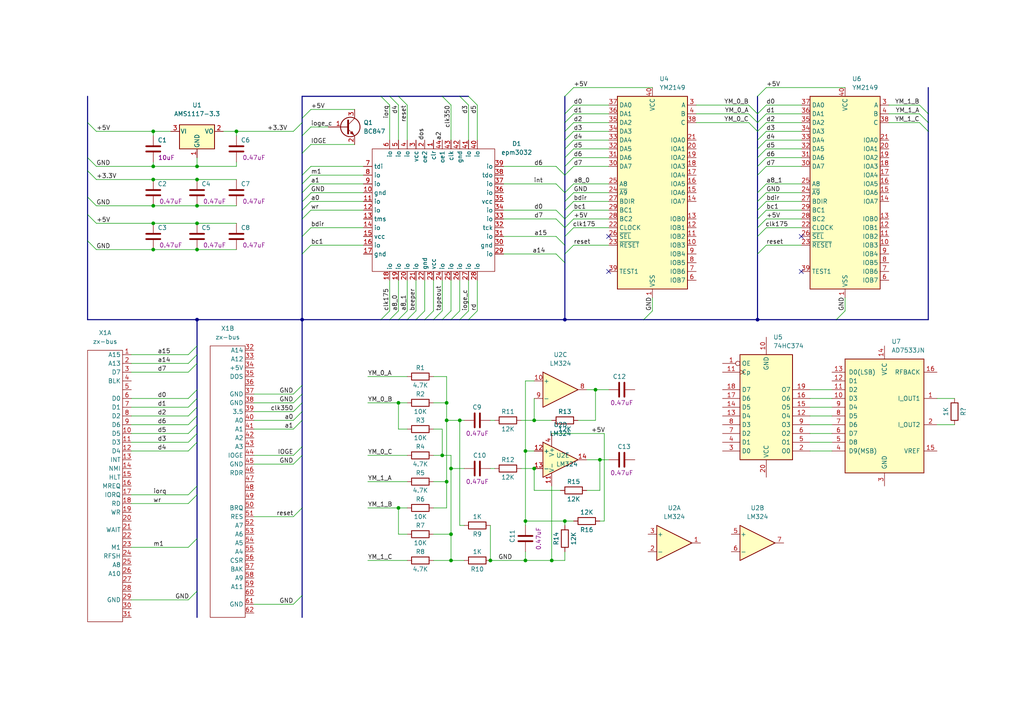
<source format=kicad_sch>
(kicad_sch (version 20230121) (generator eeschema)
  (paper "A4")
  (lib_symbols
    (symbol "74xx:74HC374"
      (property "Reference" "U" (at -7.62 16.51 0))
      (property "Value" "74HC374" (at -7.62 -16.51 0))
      (symbol "74HC374_1_0"
        (pin input inverted (at -12.7 -12.7 0) (length 5.08) (name "OE") (number "1"))
        (pin power_in line (at 0 -20.32 90) (length 5.08) (name "GND") (number "10"))
        (pin input clock (at -12.7 -10.16 0) (length 5.08) (name "Cp") (number "11"))
        (pin tri_state line (at 12.7 2.54 180) (length 5.08) (name "O4") (number "12"))
        (pin input line (at -12.7 2.54 0) (length 5.08) (name "D4") (number "13"))
        (pin input line (at -12.7 0 0) (length 5.08) (name "D5") (number "14"))
        (pin tri_state line (at 12.7 0 180) (length 5.08) (name "O5") (number "15"))
        (pin tri_state line (at 12.7 -2.54 180) (length 5.08) (name "O6") (number "16"))
        (pin input line (at -12.7 -2.54 0) (length 5.08) (name "D6") (number "17"))
        (pin input line (at -12.7 -5.08 0) (length 5.08) (name "D7") (number "18"))
        (pin tri_state line (at 12.7 -5.08 180) (length 5.08) (name "O7") (number "19"))
        (pin tri_state line (at 12.7 12.7 180) (length 5.08) (name "O0") (number "2"))
        (pin power_in line (at 0 20.32 270) (length 5.08) (name "VCC") (number "20"))
        (pin input line (at -12.7 12.7 0) (length 5.08) (name "D0") (number "3"))
        (pin input line (at -12.7 10.16 0) (length 5.08) (name "D1") (number "4"))
        (pin tri_state line (at 12.7 10.16 180) (length 5.08) (name "O1") (number "5"))
        (pin tri_state line (at 12.7 7.62 180) (length 5.08) (name "O2") (number "6"))
        (pin input line (at -12.7 7.62 0) (length 5.08) (name "D2") (number "7"))
        (pin input line (at -12.7 5.08 0) (length 5.08) (name "D3") (number "8"))
        (pin tri_state line (at 12.7 5.08 180) (length 5.08) (name "O3") (number "9"))
      )
    )
    (symbol "Altera:epm3032"
      (property "Reference" "D" (at 0 5.08 0))
      (property "Value" "epm3032" (at 0 -5.08 0))
      (symbol "epm3032_1_1"
        (pin input line (at 0 20.32 270) (length 2.54) (name "clr") (number "1"))
        (pin power_in line (at -20.32 5.08 0) (length 2.54) (name "gnd") (number "10"))
        (pin bidirectional line (at -20.32 2.54 0) (length 2.54) (name "io") (number "11"))
        (pin bidirectional line (at -20.32 0 0) (length 2.54) (name "io") (number "12"))
        (pin input line (at -20.32 -2.54 0) (length 2.54) (name "tms") (number "13"))
        (pin bidirectional line (at -20.32 -5.08 0) (length 2.54) (name "io") (number "14"))
        (pin power_in line (at -20.32 -7.62 0) (length 2.54) (name "vcc") (number "15"))
        (pin bidirectional line (at -20.32 -10.16 0) (length 2.54) (name "io") (number "16"))
        (pin power_in line (at -20.32 -12.7 0) (length 2.54) (name "gnd") (number "17"))
        (pin bidirectional line (at -12.7 -20.32 90) (length 2.54) (name "io") (number "18"))
        (pin bidirectional line (at -10.16 -20.32 90) (length 2.54) (name "io") (number "19"))
        (pin input line (at -2.54 20.32 270) (length 2.54) (name "oe2") (number "2"))
        (pin bidirectional line (at -7.62 -20.32 90) (length 2.54) (name "io") (number "20"))
        (pin bidirectional line (at -5.08 -20.32 90) (length 2.54) (name "io") (number "21"))
        (pin power_in line (at -2.54 -20.32 90) (length 2.54) (name "gnd") (number "22"))
        (pin power_in line (at 0 -20.32 90) (length 2.54) (name "vcc") (number "23"))
        (pin bidirectional line (at 2.54 -20.32 90) (length 2.54) (name "io") (number "24"))
        (pin bidirectional line (at 5.08 -20.32 90) (length 2.54) (name "io") (number "25"))
        (pin bidirectional line (at 7.62 -20.32 90) (length 2.54) (name "io") (number "26"))
        (pin bidirectional line (at 10.16 -20.32 90) (length 2.54) (name "io") (number "27"))
        (pin bidirectional line (at 12.7 -20.32 90) (length 2.54) (name "io") (number "28"))
        (pin bidirectional line (at 20.32 -12.7 180) (length 2.54) (name "io") (number "29"))
        (pin bidirectional line (at -5.08 20.32 270) (length 2.54) (name "vcc") (number "3"))
        (pin power_in line (at 20.32 -10.16 180) (length 2.54) (name "gnd") (number "30"))
        (pin bidirectional line (at 20.32 -7.62 180) (length 2.54) (name "io") (number "31"))
        (pin input line (at 20.32 -5.08 180) (length 2.54) (name "tck") (number "32"))
        (pin bidirectional line (at 20.32 -2.54 180) (length 2.54) (name "io") (number "33"))
        (pin bidirectional line (at 20.32 0 180) (length 2.54) (name "io") (number "34"))
        (pin power_in line (at 20.32 2.54 180) (length 2.54) (name "vcc") (number "35"))
        (pin bidirectional line (at 20.32 5.08 180) (length 2.54) (name "io") (number "36"))
        (pin bidirectional line (at 20.32 7.62 180) (length 2.54) (name "io") (number "37"))
        (pin output line (at 20.32 10.16 180) (length 2.54) (name "tdo") (number "38"))
        (pin bidirectional line (at 20.32 12.7 180) (length 2.54) (name "io") (number "39"))
        (pin bidirectional line (at -7.62 20.32 270) (length 2.54) (name "io") (number "4"))
        (pin bidirectional line (at 12.7 20.32 270) (length 2.54) (name "io") (number "40"))
        (pin bidirectional line (at 10.16 20.32 270) (length 2.54) (name "io") (number "41"))
        (pin bidirectional line (at 7.62 20.32 270) (length 2.54) (name "gnd") (number "42"))
        (pin input line (at 5.08 20.32 270) (length 2.54) (name "clk") (number "43"))
        (pin input line (at 2.54 20.32 270) (length 2.54) (name "oe1") (number "44"))
        (pin bidirectional line (at -10.16 20.32 270) (length 2.54) (name "io") (number "5"))
        (pin bidirectional line (at -12.7 20.32 270) (length 2.54) (name "io") (number "6"))
        (pin input line (at -20.32 12.7 0) (length 2.54) (name "tdi") (number "7"))
        (pin bidirectional line (at -20.32 10.16 0) (length 2.54) (name "io") (number "8"))
        (pin bidirectional line (at -20.32 7.62 0) (length 2.54) (name "io") (number "9"))
      )
    )
    (symbol "Amplifier_Operational:LM324" (pin_names (offset 0.127))
      (property "Reference" "U" (at 0 5.08 0))
      (property "Value" "LM324" (at 0 -5.08 0))
      (symbol "LM324_1_1"
        (pin output line (at 7.62 0 180) (length 2.54) (name "~") (number "1"))
        (pin input line (at -7.62 -2.54 0) (length 2.54) (name "-") (number "2"))
        (pin input line (at -7.62 2.54 0) (length 2.54) (name "+") (number "3"))
      )
      (symbol "LM324_2_1"
        (pin input line (at -7.62 2.54 0) (length 2.54) (name "+") (number "5"))
        (pin input line (at -7.62 -2.54 0) (length 2.54) (name "-") (number "6"))
        (pin output line (at 7.62 0 180) (length 2.54) (name "~") (number "7"))
      )
      (symbol "LM324_3_1"
        (pin input line (at -7.62 2.54 0) (length 2.54) (name "+") (number "10"))
        (pin output line (at 7.62 0 180) (length 2.54) (name "~") (number "8"))
        (pin input line (at -7.62 -2.54 0) (length 2.54) (name "-") (number "9"))
      )
      (symbol "LM324_4_1"
        (pin input line (at -7.62 2.54 0) (length 2.54) (name "+") (number "12"))
        (pin input line (at -7.62 -2.54 0) (length 2.54) (name "-") (number "13"))
        (pin output line (at 7.62 0 180) (length 2.54) (name "~") (number "14"))
      )
      (symbol "LM324_5_1"
        (pin power_in line (at -2.54 -7.62 90) (length 3.81) (name "V-") (number "11"))
        (pin power_in line (at -2.54 7.62 270) (length 3.81) (name "V+") (number "4"))
      )
    )
    (symbol "Analog_DAC:AD7533JN" (pin_names (offset 1.016))
      (property "Reference" "U" (at -11.43 17.78 0))
      (property "Value" "AD7533JN" (at 3.81 17.78 0))
      (symbol "AD7533JN_1_1"
        (pin passive line (at 15.24 5.08 180) (length 3.81) (name "I_OUT1") (number "1"))
        (pin input line (at -15.24 5.08 0) (length 3.81) (name "D3") (number "10"))
        (pin input line (at -15.24 7.62 0) (length 3.81) (name "D2") (number "11"))
        (pin input line (at -15.24 10.16 0) (length 3.81) (name "D1") (number "12"))
        (pin input line (at -15.24 12.7 0) (length 3.81) (name "D0(LSB)") (number "13"))
        (pin power_in line (at 0 20.32 270) (length 3.81) (name "VCC") (number "14"))
        (pin passive line (at 15.24 -10.16 180) (length 3.81) (name "VREF") (number "15"))
        (pin passive line (at 15.24 12.7 180) (length 3.81) (name "RFBACK") (number "16"))
        (pin passive line (at 15.24 -2.54 180) (length 3.81) (name "I_OUT2") (number "2"))
        (pin power_in line (at 0 -20.32 90) (length 3.81) (name "GND") (number "3"))
        (pin input line (at -15.24 -10.16 0) (length 3.81) (name "D9(MSB)") (number "4"))
        (pin input line (at -15.24 -7.62 0) (length 3.81) (name "D8") (number "5"))
        (pin input line (at -15.24 -5.08 0) (length 3.81) (name "D7") (number "6"))
        (pin input line (at -15.24 -2.54 0) (length 3.81) (name "D6") (number "7"))
        (pin input line (at -15.24 0 0) (length 3.81) (name "D5") (number "8"))
        (pin input line (at -15.24 2.54 0) (length 3.81) (name "D4") (number "9"))
      )
    )
    (symbol "Audio:YM2149"
      (property "Reference" "U" (at -10.16 29.21 0))
      (property "Value" "YM2149" (at 3.81 29.21 0))
      (symbol "YM2149_1_1"
        (pin power_in line (at 0 -30.48 90) (length 2.54) (name "VSS") (number "1"))
        (pin bidirectional line (at 12.7 -15.24 180) (length 2.54) (name "IOB3") (number "10"))
        (pin bidirectional line (at 12.7 -12.7 180) (length 2.54) (name "IOB2") (number "11"))
        (pin bidirectional line (at 12.7 -10.16 180) (length 2.54) (name "IOB1") (number "12"))
        (pin bidirectional line (at 12.7 -7.62 180) (length 2.54) (name "IOB0") (number "13"))
        (pin bidirectional line (at 12.7 -2.54 180) (length 2.54) (name "IOA7") (number "14"))
        (pin bidirectional line (at 12.7 0 180) (length 2.54) (name "IOA6") (number "15"))
        (pin bidirectional line (at 12.7 2.54 180) (length 2.54) (name "IOA5") (number "16"))
        (pin bidirectional line (at 12.7 5.08 180) (length 2.54) (name "IOA4") (number "17"))
        (pin bidirectional line (at 12.7 7.62 180) (length 2.54) (name "IOA3") (number "18"))
        (pin bidirectional line (at 12.7 10.16 180) (length 2.54) (name "IOA2") (number "19"))
        (pin no_connect line (at -10.16 -17.78 0) (length 2.54) hide (name "NC") (number "2"))
        (pin bidirectional line (at 12.7 12.7 180) (length 2.54) (name "IOA1") (number "20"))
        (pin bidirectional line (at 12.7 15.24 180) (length 2.54) (name "IOA0") (number "21"))
        (pin input line (at -12.7 -10.16 0) (length 2.54) (name "CLOCK") (number "22"))
        (pin input line (at -12.7 -15.24 0) (length 2.54) (name "~{RESET}") (number "23"))
        (pin input line (at -12.7 0 0) (length 2.54) (name "~{A9}") (number "24"))
        (pin input line (at -12.7 2.54 0) (length 2.54) (name "A8") (number "25"))
        (pin input line (at -12.7 -12.7 0) (length 2.54) (name "~{SEL}") (number "26"))
        (pin input line (at -12.7 -2.54 0) (length 2.54) (name "BDIR") (number "27"))
        (pin input line (at -12.7 -7.62 0) (length 2.54) (name "BC2") (number "28"))
        (pin input line (at -12.7 -5.08 0) (length 2.54) (name "BC1") (number "29"))
        (pin output line (at 12.7 25.4 180) (length 2.54) (name "A") (number "3"))
        (pin bidirectional line (at -12.7 7.62 0) (length 2.54) (name "DA7") (number "30"))
        (pin bidirectional line (at -12.7 10.16 0) (length 2.54) (name "DA6") (number "31"))
        (pin bidirectional line (at -12.7 12.7 0) (length 2.54) (name "DA5") (number "32"))
        (pin bidirectional line (at -12.7 15.24 0) (length 2.54) (name "DA4") (number "33"))
        (pin bidirectional line (at -12.7 17.78 0) (length 2.54) (name "DA3") (number "34"))
        (pin bidirectional line (at -12.7 20.32 0) (length 2.54) (name "DA2") (number "35"))
        (pin bidirectional line (at -12.7 22.86 0) (length 2.54) (name "DA1") (number "36"))
        (pin bidirectional line (at -12.7 25.4 0) (length 2.54) (name "DA0") (number "37"))
        (pin output line (at 12.7 20.32 180) (length 2.54) (name "C") (number "38"))
        (pin passive line (at -12.7 -22.86 0) (length 2.54) (name "TEST1") (number "39"))
        (pin output line (at 12.7 22.86 180) (length 2.54) (name "B") (number "4"))
        (pin power_in line (at 0 30.48 270) (length 2.54) (name "VCC") (number "40"))
        (pin no_connect line (at -10.16 -20.32 0) (length 2.54) hide (name "NC") (number "5"))
        (pin bidirectional line (at 12.7 -25.4 180) (length 2.54) (name "IOB7") (number "6"))
        (pin bidirectional line (at 12.7 -22.86 180) (length 2.54) (name "IOB6") (number "7"))
        (pin bidirectional line (at 12.7 -20.32 180) (length 2.54) (name "IOB5") (number "8"))
        (pin bidirectional line (at 12.7 -17.78 180) (length 2.54) (name "IOB4") (number "9"))
      )
    )
    (symbol "Device:C" (pin_numbers hide) (pin_names (offset 0.254))
      (property "Reference" "C" (at 0.635 2.54 0))
      (property "Value" "C" (at 0.635 -2.54 0))
      (symbol "C_1_1"
        (pin passive line (at 0 3.81 270) (length 2.794) (name "~") (number "1"))
        (pin passive line (at 0 -3.81 90) (length 2.794) (name "~") (number "2"))
      )
    )
    (symbol "Device:R" (pin_numbers hide) (pin_names (offset 0))
      (property "Reference" "R" (at 2.032 0 90))
      (property "Value" "R" (at 0 0 90))
      (symbol "R_1_1"
        (pin passive line (at 0 3.81 270) (length 1.27) (name "~") (number "1"))
        (pin passive line (at 0 -3.81 90) (length 1.27) (name "~") (number "2"))
      )
    )
    (symbol "Regulator_Linear:AMS1117-3.3" (pin_names (offset 0.254))
      (property "Reference" "U" (at -3.81 3.175 0))
      (property "Value" "AMS1117-3.3" (at 0 3.175 0))
      (symbol "AMS1117-3.3_1_1"
        (pin power_in line (at 0 -7.62 90) (length 2.54) (name "GND") (number "1"))
        (pin power_out line (at 7.62 0 180) (length 2.54) (name "VO") (number "2"))
        (pin power_in line (at -7.62 0 0) (length 2.54) (name "VI") (number "3"))
      )
    )
    (symbol "Transistor_BJT:BC847" (pin_names (offset 0) hide)
      (property "Reference" "Q" (at 5.08 1.905 0))
      (property "Value" "BC847" (at 5.08 0 0))
      (symbol "BC847_1_1"
        (pin input line (at -5.08 0 0) (length 5.715) (name "B") (number "1"))
        (pin passive line (at 2.54 -5.08 90) (length 2.54) (name "E") (number "2"))
        (pin passive line (at 2.54 5.08 270) (length 2.54) (name "C") (number "3"))
      )
    )
    (symbol "zx-bus:zx-bus"
      (property "Reference" "X" (at -2.54 40.64 0))
      (property "Value" "zx-bus" (at 2.54 40.64 0))
      (symbol "zx-bus_1_1"
        (pin input line (at 7.62 38.1 180) (length 2.54) (name "A15") (number "1"))
        (pin input line (at 7.62 15.24 180) (length 2.54) (name "D5") (number "10"))
        (pin input line (at 7.62 12.7 180) (length 2.54) (name "D3") (number "11"))
        (pin input line (at 7.62 10.16 180) (length 2.54) (name "D4") (number "12"))
        (pin input line (at 7.62 7.62 180) (length 2.54) (name "INT") (number "13"))
        (pin input line (at 7.62 5.08 180) (length 2.54) (name "NMI") (number "14"))
        (pin input line (at 7.62 2.54 180) (length 2.54) (name "HLT") (number "15"))
        (pin input line (at 7.62 0 180) (length 2.54) (name "MREQ") (number "16"))
        (pin input line (at 7.62 -2.54 180) (length 2.54) (name "IORQ") (number "17"))
        (pin input line (at 7.62 -5.08 180) (length 2.54) (name "RD") (number "18"))
        (pin input line (at 7.62 -7.62 180) (length 2.54) (name "WR") (number "19"))
        (pin input line (at 7.62 35.56 180) (length 2.54) (name "A13") (number "2"))
        (pin input line (at 7.62 -10.16 180) (length 2.54) (name "") (number "20"))
        (pin input line (at 7.62 -12.7 180) (length 2.54) (name "WAIT") (number "21"))
        (pin input line (at 7.62 -15.24 180) (length 2.54) (name "") (number "22"))
        (pin input line (at 7.62 -17.78 180) (length 2.54) (name "M1") (number "23"))
        (pin input line (at 7.62 -20.32 180) (length 2.54) (name "RFSH") (number "24"))
        (pin input line (at 7.62 -22.86 180) (length 2.54) (name "A8") (number "25"))
        (pin input line (at 7.62 -25.4 180) (length 2.54) (name "A10") (number "26"))
        (pin input line (at 7.62 -27.94 180) (length 2.54) (name "") (number "27"))
        (pin input line (at 7.62 -30.48 180) (length 2.54) (name "") (number "28"))
        (pin input line (at 7.62 -33.02 180) (length 2.54) (name "GND") (number "29"))
        (pin input line (at 7.62 33.02 180) (length 2.54) (name "D7") (number "3"))
        (pin input line (at 7.62 -35.56 180) (length 2.54) (name "") (number "30"))
        (pin input line (at 7.62 -38.1 180) (length 2.54) (name "") (number "31"))
        (pin input line (at 7.62 30.48 180) (length 2.54) (name "BLK") (number "4"))
        (pin input line (at 7.62 27.94 180) (length 2.54) (name "") (number "5"))
        (pin input line (at 7.62 25.4 180) (length 2.54) (name "D0") (number "6"))
        (pin input line (at 7.62 22.86 180) (length 2.54) (name "D1") (number "7"))
        (pin input line (at 7.62 20.32 180) (length 2.54) (name "D2") (number "8"))
        (pin input line (at 7.62 17.78 180) (length 2.54) (name "D6") (number "9"))
      )
      (symbol "zx-bus_2_1"
        (pin input line (at 7.62 38.1 180) (length 2.54) (name "A14") (number "32"))
        (pin input line (at 7.62 35.56 180) (length 2.54) (name "A12") (number "33"))
        (pin input line (at 7.62 33.02 180) (length 2.54) (name "+5V") (number "34"))
        (pin input line (at 7.62 30.48 180) (length 2.54) (name "DOS") (number "35"))
        (pin input line (at 7.62 27.94 180) (length 2.54) (name "") (number "36"))
        (pin input line (at 7.62 25.4 180) (length 2.54) (name "GND") (number "37"))
        (pin input line (at 7.62 22.86 180) (length 2.54) (name "GND") (number "38"))
        (pin input line (at 7.62 20.32 180) (length 2.54) (name "3.5") (number "39"))
        (pin input line (at 7.62 17.78 180) (length 2.54) (name "A0") (number "40"))
        (pin input line (at 7.62 15.24 180) (length 2.54) (name "A1") (number "41"))
        (pin input line (at 7.62 12.7 180) (length 2.54) (name "A2") (number "42"))
        (pin input line (at 7.62 10.16 180) (length 2.54) (name "A3") (number "43"))
        (pin input line (at 7.62 7.62 180) (length 2.54) (name "IOGE") (number "44"))
        (pin input line (at 7.62 5.08 180) (length 2.54) (name "GND") (number "45"))
        (pin input line (at 7.62 2.54 180) (length 2.54) (name "RDR") (number "46"))
        (pin input line (at 7.62 0 180) (length 2.54) (name "") (number "47"))
        (pin input line (at 7.62 -2.54 180) (length 2.54) (name "") (number "48"))
        (pin input line (at 7.62 -5.08 180) (length 2.54) (name "") (number "49"))
        (pin input line (at 7.62 -7.62 180) (length 2.54) (name "BRQ") (number "50"))
        (pin input line (at 7.62 -10.16 180) (length 2.54) (name "RES") (number "51"))
        (pin input line (at 7.62 -12.7 180) (length 2.54) (name "A7") (number "52"))
        (pin input line (at 7.62 -15.24 180) (length 2.54) (name "A6") (number "53"))
        (pin input line (at 7.62 -17.78 180) (length 2.54) (name "A5") (number "54"))
        (pin input line (at 7.62 -20.32 180) (length 2.54) (name "A4") (number "55"))
        (pin input line (at 7.62 -22.86 180) (length 2.54) (name "CSR") (number "56"))
        (pin input line (at 7.62 -25.4 180) (length 2.54) (name "BAK") (number "57"))
        (pin input line (at 7.62 -27.94 180) (length 2.54) (name "A9") (number "58"))
        (pin input line (at 7.62 -30.48 180) (length 2.54) (name "A11") (number "59"))
        (pin input line (at 7.62 -33.02 180) (length 2.54) (name "") (number "60"))
        (pin input line (at 7.62 -35.56 180) (length 2.54) (name "GND") (number "61"))
        (pin input line (at 7.62 -38.1 180) (length 2.54) (name "") (number "62"))
      )
    )
    (symbol "zx-bus_1"
      (property "Reference" "X" (at -2.54 40.64 0))
      (property "Value" "zx-bus_1" (at 2.54 40.64 0))
      (symbol "zx-bus_1_1_1"
        (pin input line (at 7.62 38.1 180) (length 2.54) (name "A15") (number "1"))
        (pin input line (at 7.62 15.24 180) (length 2.54) (name "D5") (number "10"))
        (pin input line (at 7.62 12.7 180) (length 2.54) (name "D3") (number "11"))
        (pin input line (at 7.62 10.16 180) (length 2.54) (name "D4") (number "12"))
        (pin input line (at 7.62 7.62 180) (length 2.54) (name "INT") (number "13"))
        (pin input line (at 7.62 5.08 180) (length 2.54) (name "NMI") (number "14"))
        (pin input line (at 7.62 2.54 180) (length 2.54) (name "HLT") (number "15"))
        (pin input line (at 7.62 0 180) (length 2.54) (name "MREQ") (number "16"))
        (pin input line (at 7.62 -2.54 180) (length 2.54) (name "IORQ") (number "17"))
        (pin input line (at 7.62 -5.08 180) (length 2.54) (name "RD") (number "18"))
        (pin input line (at 7.62 -7.62 180) (length 2.54) (name "WR") (number "19"))
        (pin input line (at 7.62 35.56 180) (length 2.54) (name "A13") (number "2"))
        (pin input line (at 7.62 -10.16 180) (length 2.54) (name "") (number "20"))
        (pin input line (at 7.62 -12.7 180) (length 2.54) (name "WAIT") (number "21"))
        (pin input line (at 7.62 -15.24 180) (length 2.54) (name "") (number "22"))
        (pin input line (at 7.62 -17.78 180) (length 2.54) (name "M1") (number "23"))
        (pin input line (at 7.62 -20.32 180) (length 2.54) (name "RFSH") (number "24"))
        (pin input line (at 7.62 -22.86 180) (length 2.54) (name "A8") (number "25"))
        (pin input line (at 7.62 -25.4 180) (length 2.54) (name "A10") (number "26"))
        (pin input line (at 7.62 -27.94 180) (length 2.54) (name "") (number "27"))
        (pin input line (at 7.62 -30.48 180) (length 2.54) (name "") (number "28"))
        (pin input line (at 7.62 -33.02 180) (length 2.54) (name "GND") (number "29"))
        (pin input line (at 7.62 33.02 180) (length 2.54) (name "D7") (number "3"))
        (pin input line (at 7.62 -35.56 180) (length 2.54) (name "") (number "30"))
        (pin input line (at 7.62 -38.1 180) (length 2.54) (name "") (number "31"))
        (pin input line (at 7.62 30.48 180) (length 2.54) (name "BLK") (number "4"))
        (pin input line (at 7.62 27.94 180) (length 2.54) (name "") (number "5"))
        (pin input line (at 7.62 25.4 180) (length 2.54) (name "D0") (number "6"))
        (pin input line (at 7.62 22.86 180) (length 2.54) (name "D1") (number "7"))
        (pin input line (at 7.62 20.32 180) (length 2.54) (name "D2") (number "8"))
        (pin input line (at 7.62 17.78 180) (length 2.54) (name "D6") (number "9"))
      )
      (symbol "zx-bus_1_2_1"
        (pin input line (at 7.62 38.1 180) (length 2.54) (name "A14") (number "32"))
        (pin input line (at 7.62 35.56 180) (length 2.54) (name "A12") (number "33"))
        (pin input line (at 7.62 33.02 180) (length 2.54) (name "+5V") (number "34"))
        (pin input line (at 7.62 30.48 180) (length 2.54) (name "DOS") (number "35"))
        (pin input line (at 7.62 27.94 180) (length 2.54) (name "") (number "36"))
        (pin input line (at 7.62 25.4 180) (length 2.54) (name "GND") (number "37"))
        (pin input line (at 7.62 22.86 180) (length 2.54) (name "GND") (number "38"))
        (pin input line (at 7.62 20.32 180) (length 2.54) (name "3.5") (number "39"))
        (pin input line (at 7.62 17.78 180) (length 2.54) (name "A0") (number "40"))
        (pin input line (at 7.62 15.24 180) (length 2.54) (name "A1") (number "41"))
        (pin input line (at 7.62 12.7 180) (length 2.54) (name "A2") (number "42"))
        (pin input line (at 7.62 10.16 180) (length 2.54) (name "A3") (number "43"))
        (pin input line (at 7.62 7.62 180) (length 2.54) (name "IOGE") (number "44"))
        (pin input line (at 7.62 5.08 180) (length 2.54) (name "GND") (number "45"))
        (pin input line (at 7.62 2.54 180) (length 2.54) (name "RDR") (number "46"))
        (pin input line (at 7.62 0 180) (length 2.54) (name "") (number "47"))
        (pin input line (at 7.62 -2.54 180) (length 2.54) (name "") (number "48"))
        (pin input line (at 7.62 -5.08 180) (length 2.54) (name "") (number "49"))
        (pin input line (at 7.62 -7.62 180) (length 2.54) (name "BRQ") (number "50"))
        (pin input line (at 7.62 -10.16 180) (length 2.54) (name "RES") (number "51"))
        (pin input line (at 7.62 -12.7 180) (length 2.54) (name "A7") (number "52"))
        (pin input line (at 7.62 -15.24 180) (length 2.54) (name "A6") (number "53"))
        (pin input line (at 7.62 -17.78 180) (length 2.54) (name "A5") (number "54"))
        (pin input line (at 7.62 -20.32 180) (length 2.54) (name "A4") (number "55"))
        (pin input line (at 7.62 -22.86 180) (length 2.54) (name "CSR") (number "56"))
        (pin input line (at 7.62 -25.4 180) (length 2.54) (name "BAK") (number "57"))
        (pin input line (at 7.62 -27.94 180) (length 2.54) (name "A9") (number "58"))
        (pin input line (at 7.62 -30.48 180) (length 2.54) (name "A11") (number "59"))
        (pin input line (at 7.62 -33.02 180) (length 2.54) (name "") (number "60"))
        (pin input line (at 7.62 -35.56 180) (length 2.54) (name "GND") (number "61"))
        (pin input line (at 7.62 -38.1 180) (length 2.54) (name "") (number "62"))
      )
    )
  )
  (junction (at 129.54 116.84))
  (junction (at 57.15 48.26))
  (junction (at 154.94 121.92))
  (junction (at 154.94 135.89))
  (junction (at 57.15 72.39))
  (junction (at 44.45 52.07))
  (junction (at 57.15 59.69))
  (junction (at 172.72 113.03))
  (junction (at 87.63 92.71))
  (junction (at 163.83 92.71))
  (junction (at 44.45 64.77))
  (junction (at 142.24 162.56))
  (junction (at 68.58 38.1))
  (junction (at 163.83 151.13))
  (junction (at 44.45 59.69))
  (junction (at 160.02 162.56))
  (junction (at 219.71 92.71))
  (junction (at 128.27 132.08))
  (junction (at 115.57 116.84))
  (junction (at 44.45 48.26))
  (junction (at 57.15 92.71))
  (junction (at 57.15 52.07))
  (junction (at 115.57 147.32))
  (junction (at 130.81 162.56))
  (junction (at 44.45 38.1))
  (junction (at 129.54 139.7))
  (junction (at 152.4 130.81))
  (junction (at 152.4 151.13))
  (junction (at 57.15 64.77))
  (junction (at 44.45 72.39))
  (junction (at 130.81 154.94))
  (junction (at 173.99 133.35))
  (junction (at 130.81 135.89))
  (junction (at 133.35 121.92))
  (junction (at 129.54 121.92))
  (junction (at 152.4 162.56))
  (no_connect (at 176.53 78.74))
  (no_connect (at 176.53 68.58))
  (no_connect (at 232.41 68.58))
  (no_connect (at 232.41 78.74))
  (bus_entry (at 219.71 68.58) (size 2.54 -2.54))
  (bus_entry (at 85.09 38.1) (size 2.54 -2.54))
  (bus_entry (at 90.17 50.8) (size -2.54 2.54))
  (bus_entry (at 219.71 35.56) (size 2.54 -2.54))
  (bus_entry (at 25.4 45.72) (size 2.54 2.54))
  (bus_entry (at 54.61 118.11) (size 2.54 -2.54))
  (bus_entry (at 128.27 27.94) (size 2.54 2.54))
  (bus_entry (at 219.71 60.96) (size 2.54 -2.54))
  (bus_entry (at 90.17 66.04) (size -2.54 2.54))
  (bus_entry (at 163.83 63.5) (size 2.54 -2.54))
  (bus_entry (at 219.71 33.02) (size 2.54 -2.54))
  (bus_entry (at 219.71 73.66) (size 2.54 -2.54))
  (bus_entry (at 54.61 120.65) (size 2.54 -2.54))
  (bus_entry (at 163.83 43.18) (size 2.54 -2.54))
  (bus_entry (at 161.29 53.34) (size 2.54 2.54))
  (bus_entry (at 54.61 158.75) (size 2.54 -2.54))
  (bus_entry (at 110.49 92.71) (size 2.54 -2.54))
  (bus_entry (at 90.17 53.34) (size -2.54 2.54))
  (bus_entry (at 85.09 114.3) (size 2.54 -2.54))
  (bus_entry (at 133.35 27.94) (size 2.54 2.54))
  (bus_entry (at 135.89 27.94) (size 2.54 2.54))
  (bus_entry (at 90.2737 55.88) (size -2.54 2.54))
  (bus_entry (at 54.61 173.99) (size 2.54 -2.54))
  (bus_entry (at 85.09 134.62) (size 2.54 -2.54))
  (bus_entry (at 54.61 125.73) (size 2.54 -2.54))
  (bus_entry (at 217.17 30.48) (size 2.54 2.54))
  (bus_entry (at 120.65 92.71) (size 2.54 -2.54))
  (bus_entry (at 130.81 92.71) (size 2.54 -2.54))
  (bus_entry (at 54.61 130.81) (size 2.54 -2.54))
  (bus_entry (at 25.4 49.53) (size 2.54 2.54))
  (bus_entry (at 161.29 63.5) (size 2.54 2.54))
  (bus_entry (at 161.29 68.58) (size 2.54 2.54))
  (bus_entry (at 85.09 121.92) (size 2.54 -2.54))
  (bus_entry (at 54.61 146.05) (size 2.54 -2.54))
  (bus_entry (at 113.03 92.71) (size 2.54 -2.54))
  (bus_entry (at 115.57 27.94) (size 2.54 2.54))
  (bus_entry (at 25.4 57.15) (size 2.54 2.54))
  (bus_entry (at 54.61 128.27) (size 2.54 -2.54))
  (bus_entry (at 85.09 116.84) (size 2.54 -2.54))
  (bus_entry (at 54.61 107.95) (size 2.54 -2.54))
  (bus_entry (at 90.17 36.83) (size -2.54 2.54))
  (bus_entry (at 90.17 41.91) (size -2.54 2.54))
  (bus_entry (at 219.71 27.94) (size 2.54 -2.54))
  (bus_entry (at 113.03 27.94) (size 2.54 2.54))
  (bus_entry (at 219.71 38.1) (size 2.54 -2.54))
  (bus_entry (at 163.83 35.56) (size 2.54 -2.54))
  (bus_entry (at 85.09 175.26) (size 2.54 -2.54))
  (bus_entry (at 90.17 58.42) (size -2.54 2.54))
  (bus_entry (at 163.83 60.96) (size 2.54 -2.54))
  (bus_entry (at 266.7 30.48) (size 2.54 2.54))
  (bus_entry (at 266.7 33.02) (size 2.54 2.54))
  (bus_entry (at 163.83 38.1) (size 2.54 -2.54))
  (bus_entry (at 163.83 27.94) (size 2.54 -2.54))
  (bus_entry (at 118.11 92.71) (size 2.54 -2.54))
  (bus_entry (at 217.17 35.56) (size 2.54 2.54))
  (bus_entry (at 25.4 35.56) (size 2.54 2.54))
  (bus_entry (at 219.71 50.8) (size 2.54 -2.54))
  (bus_entry (at 219.71 63.5) (size 2.54 -2.54))
  (bus_entry (at 85.09 119.38) (size 2.54 -2.54))
  (bus_entry (at 163.83 66.04) (size 2.54 -2.54))
  (bus_entry (at 54.61 105.41) (size 2.54 -2.54))
  (bus_entry (at 219.71 58.42) (size 2.54 -2.54))
  (bus_entry (at 161.29 60.96) (size 2.54 2.54))
  (bus_entry (at 85.09 124.46) (size 2.54 -2.54))
  (bus_entry (at 266.7 35.56) (size 2.54 2.54))
  (bus_entry (at 219.71 66.04) (size 2.54 -2.54))
  (bus_entry (at 25.4 69.85) (size 2.54 2.54))
  (bus_entry (at 54.61 102.87) (size 2.54 -2.54))
  (bus_entry (at 133.35 92.71) (size 2.54 -2.54))
  (bus_entry (at 85.09 149.86) (size 2.54 -2.54))
  (bus_entry (at 163.83 45.72) (size 2.54 -2.54))
  (bus_entry (at 54.61 143.51) (size 2.54 -2.54))
  (bus_entry (at 161.29 48.26) (size 2.54 2.54))
  (bus_entry (at 25.4 62.23) (size 2.54 2.54))
  (bus_entry (at 54.61 123.19) (size 2.54 -2.54))
  (bus_entry (at 186.69 92.71) (size 2.54 -2.54))
  (bus_entry (at 163.83 40.64) (size 2.54 -2.54))
  (bus_entry (at 219.71 40.64) (size 2.54 -2.54))
  (bus_entry (at 163.83 68.58) (size 2.54 -2.54))
  (bus_entry (at 115.57 92.71) (size 2.54 -2.54))
  (bus_entry (at 125.73 92.71) (size 2.54 -2.54))
  (bus_entry (at 90.17 31.75) (size -2.54 2.54))
  (bus_entry (at 90.17 71.12) (size -2.54 2.54))
  (bus_entry (at 219.71 55.88) (size 2.54 -2.54))
  (bus_entry (at 85.09 132.08) (size 2.54 -2.54))
  (bus_entry (at 161.29 73.66) (size 2.54 2.54))
  (bus_entry (at 219.71 43.18) (size 2.54 -2.54))
  (bus_entry (at 163.83 58.42) (size 2.54 -2.54))
  (bus_entry (at 90.17 60.96) (size -2.54 2.54))
  (bus_entry (at 163.83 33.02) (size 2.54 -2.54))
  (bus_entry (at 242.57 92.71) (size 2.54 -2.54))
  (bus_entry (at 123.19 92.71) (size 2.54 -2.54))
  (bus_entry (at 219.71 48.26) (size 2.54 -2.54))
  (bus_entry (at 163.83 48.26) (size 2.54 -2.54))
  (bus_entry (at 163.83 73.66) (size 2.54 -2.54))
  (bus_entry (at 128.27 92.71) (size 2.54 -2.54))
  (bus_entry (at 110.49 27.94) (size 2.54 2.54))
  (bus_entry (at 219.71 45.72) (size 2.54 -2.54))
  (bus_entry (at 163.83 50.8) (size 2.54 -2.54))
  (bus_entry (at 90.17 48.26) (size -2.54 2.54))
  (bus_entry (at 135.89 92.71) (size 2.54 -2.54))
  (bus_entry (at 217.17 33.02) (size 2.54 2.54))
  (bus_entry (at 163.83 55.88) (size 2.54 -2.54))
  (bus_entry (at 54.61 115.57) (size 2.54 -2.54))
  (wire (pts (xy 38.1 158.75) (xy 54.61 158.75)))
  (wire (pts (xy 38.1 173.99) (xy 54.61 173.99)))
  (wire (pts (xy 222.25 71.12) (xy 232.41 71.12)))
  (bus (pts (xy 163.83 27.94) (xy 163.83 33.02)))
  (wire (pts (xy 27.94 52.07) (xy 44.45 52.07)))
  (bus (pts (xy 219.71 68.58) (xy 219.71 73.66)))
  (wire (pts (xy 130.81 81.28) (xy 130.81 90.17)))
  (wire (pts (xy 166.37 63.5) (xy 176.53 63.5)))
  (bus (pts (xy 219.71 58.42) (xy 219.71 60.96)))
  (wire (pts (xy 257.81 35.56) (xy 266.7 35.56)))
  (wire (pts (xy 173.99 142.24) (xy 173.99 133.35)))
  (bus (pts (xy 25.4 27.94) (xy 25.4 35.56)))
  (wire (pts (xy 166.37 71.12) (xy 176.53 71.12)))
  (wire (pts (xy 68.58 48.26) (xy 57.15 48.26)))
  (wire (pts (xy 90.17 48.26) (xy 105.41 48.26)))
  (wire (pts (xy 222.25 53.34) (xy 232.41 53.34)))
  (wire (pts (xy 152.4 130.81) (xy 152.4 110.49)))
  (bus (pts (xy 57.15 113.03) (xy 57.15 115.57)))
  (wire (pts (xy 44.45 52.07) (xy 57.15 52.07)))
  (wire (pts (xy 27.94 48.26) (xy 44.45 48.26)))
  (wire (pts (xy 166.37 58.42) (xy 176.53 58.42)))
  (wire (pts (xy 115.57 147.32) (xy 118.11 147.32)))
  (wire (pts (xy 68.58 38.1) (xy 85.09 38.1)))
  (wire (pts (xy 38.1 105.41) (xy 54.61 105.41)))
  (wire (pts (xy 138.43 30.48) (xy 138.43 40.64)))
  (bus (pts (xy 87.63 73.66) (xy 87.63 92.71)))
  (wire (pts (xy 90.17 36.83) (xy 95.25 36.83)))
  (bus (pts (xy 219.71 43.18) (xy 219.71 45.72)))
  (wire (pts (xy 115.57 124.46) (xy 115.57 116.84)))
  (bus (pts (xy 110.49 27.94) (xy 113.03 27.94)))
  (bus (pts (xy 87.63 172.72) (xy 87.63 179.07)))
  (wire (pts (xy 257.81 33.02) (xy 266.7 33.02)))
  (wire (pts (xy 222.25 55.88) (xy 232.41 55.88)))
  (wire (pts (xy 222.25 43.18) (xy 232.41 43.18)))
  (wire (pts (xy 125.73 116.84) (xy 129.54 116.84)))
  (bus (pts (xy 186.69 92.71) (xy 219.71 92.71)))
  (wire (pts (xy 90.17 66.04) (xy 105.41 66.04)))
  (wire (pts (xy 38.1 143.51) (xy 54.61 143.51)))
  (bus (pts (xy 269.24 35.56) (xy 269.24 38.1)))
  (bus (pts (xy 87.63 63.5) (xy 87.63 68.58)))
  (wire (pts (xy 234.95 130.81) (xy 241.3 130.81)))
  (wire (pts (xy 57.15 52.07) (xy 68.58 52.07)))
  (bus (pts (xy 87.63 92.71) (xy 110.49 92.71)))
  (wire (pts (xy 163.83 160.02) (xy 163.83 162.56)))
  (bus (pts (xy 87.63 39.37) (xy 87.63 44.45)))
  (wire (pts (xy 133.35 81.28) (xy 133.35 90.17)))
  (wire (pts (xy 90.17 53.34) (xy 105.41 53.34)))
  (bus (pts (xy 118.11 92.71) (xy 120.65 92.71)))
  (bus (pts (xy 163.83 48.26) (xy 163.83 50.8)))
  (bus (pts (xy 163.83 40.64) (xy 163.83 43.18)))
  (wire (pts (xy 44.45 59.69) (xy 57.15 59.69)))
  (bus (pts (xy 163.83 66.04) (xy 163.83 68.58)))
  (bus (pts (xy 57.15 92.71) (xy 57.15 100.33)))
  (wire (pts (xy 166.37 55.88) (xy 176.53 55.88)))
  (bus (pts (xy 163.83 55.88) (xy 163.83 58.42)))
  (wire (pts (xy 90.17 60.96) (xy 105.41 60.96)))
  (wire (pts (xy 142.24 135.89) (xy 143.51 135.89)))
  (wire (pts (xy 152.4 110.49) (xy 154.94 110.49)))
  (wire (pts (xy 201.93 33.02) (xy 217.17 33.02)))
  (bus (pts (xy 219.71 55.88) (xy 219.71 58.42)))
  (bus (pts (xy 87.63 121.92) (xy 87.63 129.54)))
  (bus (pts (xy 163.83 58.42) (xy 163.83 60.96)))
  (bus (pts (xy 269.24 33.02) (xy 269.24 35.56)))
  (bus (pts (xy 269.24 25.4) (xy 269.24 33.02)))
  (wire (pts (xy 135.89 81.28) (xy 135.89 90.17)))
  (bus (pts (xy 25.4 92.71) (xy 57.15 92.71)))
  (wire (pts (xy 130.81 30.48) (xy 130.81 40.64)))
  (wire (pts (xy 142.24 152.4) (xy 142.24 162.56)))
  (wire (pts (xy 154.94 121.92) (xy 160.02 121.92)))
  (bus (pts (xy 25.4 57.15) (xy 25.4 62.23)))
  (wire (pts (xy 106.68 132.08) (xy 118.11 132.08)))
  (wire (pts (xy 130.81 135.89) (xy 134.62 135.89)))
  (wire (pts (xy 163.83 151.13) (xy 163.83 152.4)))
  (wire (pts (xy 160.02 140.97) (xy 160.02 162.56)))
  (wire (pts (xy 154.94 115.57) (xy 154.94 121.92)))
  (wire (pts (xy 115.57 154.94) (xy 115.57 147.32)))
  (wire (pts (xy 27.94 64.77) (xy 44.45 64.77)))
  (bus (pts (xy 57.15 143.51) (xy 57.15 156.21)))
  (wire (pts (xy 152.4 130.81) (xy 152.4 151.13)))
  (bus (pts (xy 163.83 33.02) (xy 163.83 35.56)))
  (wire (pts (xy 170.18 142.24) (xy 173.99 142.24)))
  (wire (pts (xy 118.11 30.48) (xy 118.11 40.64)))
  (bus (pts (xy 163.83 63.5) (xy 163.83 66.04)))
  (bus (pts (xy 163.83 43.18) (xy 163.83 45.72)))
  (wire (pts (xy 125.73 109.22) (xy 129.54 109.22)))
  (bus (pts (xy 87.63 68.58) (xy 87.63 73.66)))
  (wire (pts (xy 125.73 81.28) (xy 125.73 90.17)))
  (wire (pts (xy 57.15 64.77) (xy 68.58 64.77)))
  (bus (pts (xy 87.63 119.38) (xy 87.63 121.92)))
  (wire (pts (xy 172.72 121.92) (xy 172.72 113.03)))
  (bus (pts (xy 25.4 69.85) (xy 25.4 92.71)))
  (wire (pts (xy 222.25 45.72) (xy 232.41 45.72)))
  (wire (pts (xy 166.37 66.04) (xy 176.53 66.04)))
  (bus (pts (xy 120.65 92.71) (xy 123.19 92.71)))
  (wire (pts (xy 57.15 72.39) (xy 68.58 72.39)))
  (bus (pts (xy 163.83 73.66) (xy 163.83 76.2)))
  (wire (pts (xy 166.37 48.26) (xy 176.53 48.26)))
  (wire (pts (xy 201.93 35.56) (xy 217.17 35.56)))
  (wire (pts (xy 73.66 119.38) (xy 85.09 119.38)))
  (wire (pts (xy 125.73 154.94) (xy 130.81 154.94)))
  (wire (pts (xy 142.24 121.92) (xy 143.51 121.92)))
  (wire (pts (xy 129.54 121.92) (xy 129.54 139.7)))
  (wire (pts (xy 90.17 50.8) (xy 105.41 50.8)))
  (bus (pts (xy 87.63 60.96) (xy 87.63 63.5)))
  (wire (pts (xy 115.57 116.84) (xy 106.68 116.84)))
  (bus (pts (xy 163.83 50.8) (xy 163.83 55.88)))
  (wire (pts (xy 175.26 151.13) (xy 173.99 151.13)))
  (bus (pts (xy 87.63 147.32) (xy 87.63 172.72)))
  (wire (pts (xy 130.81 154.94) (xy 130.81 162.56)))
  (bus (pts (xy 219.71 73.66) (xy 219.71 92.71)))
  (wire (pts (xy 135.89 30.48) (xy 135.89 40.64)))
  (wire (pts (xy 128.27 132.08) (xy 130.81 132.08)))
  (wire (pts (xy 27.94 38.1) (xy 44.45 38.1)))
  (wire (pts (xy 38.1 102.87) (xy 54.61 102.87)))
  (bus (pts (xy 219.71 50.8) (xy 219.71 55.88)))
  (wire (pts (xy 154.94 142.24) (xy 162.56 142.24)))
  (wire (pts (xy 38.1 120.65) (xy 54.61 120.65)))
  (wire (pts (xy 90.17 41.91) (xy 102.87 41.91)))
  (wire (pts (xy 106.68 162.56) (xy 118.11 162.56)))
  (bus (pts (xy 163.83 92.71) (xy 186.69 92.71)))
  (wire (pts (xy 151.13 121.92) (xy 154.94 121.92)))
  (wire (pts (xy 125.73 147.32) (xy 129.54 147.32)))
  (wire (pts (xy 38.1 118.11) (xy 54.61 118.11)))
  (wire (pts (xy 73.66 124.46) (xy 85.09 124.46)))
  (bus (pts (xy 123.19 92.71) (xy 125.73 92.71)))
  (wire (pts (xy 160.02 125.73) (xy 175.26 125.73)))
  (wire (pts (xy 38.1 125.73) (xy 54.61 125.73)))
  (wire (pts (xy 44.45 64.77) (xy 57.15 64.77)))
  (wire (pts (xy 257.81 30.48) (xy 266.7 30.48)))
  (bus (pts (xy 87.63 55.88) (xy 87.63 60.96)))
  (bus (pts (xy 25.4 45.72) (xy 25.4 49.53)))
  (wire (pts (xy 123.19 81.28) (xy 123.19 90.17)))
  (bus (pts (xy 87.63 27.94) (xy 87.63 34.29)))
  (wire (pts (xy 189.23 86.36) (xy 189.23 90.17)))
  (bus (pts (xy 128.27 92.71) (xy 130.81 92.71)))
  (wire (pts (xy 167.64 121.92) (xy 172.72 121.92)))
  (wire (pts (xy 90.17 58.42) (xy 105.41 58.42)))
  (wire (pts (xy 166.37 33.02) (xy 176.53 33.02)))
  (wire (pts (xy 166.37 35.56) (xy 176.53 35.56)))
  (wire (pts (xy 146.05 60.96) (xy 161.29 60.96)))
  (wire (pts (xy 166.37 45.72) (xy 176.53 45.72)))
  (wire (pts (xy 68.58 46.99) (xy 68.58 48.26)))
  (bus (pts (xy 219.71 35.56) (xy 219.71 38.1)))
  (wire (pts (xy 44.45 72.39) (xy 57.15 72.39)))
  (wire (pts (xy 146.05 68.58) (xy 161.29 68.58)))
  (wire (pts (xy 222.25 48.26) (xy 232.41 48.26)))
  (bus (pts (xy 219.71 48.26) (xy 219.71 50.8)))
  (bus (pts (xy 110.49 92.71) (xy 113.03 92.71)))
  (wire (pts (xy 44.45 48.26) (xy 57.15 48.26)))
  (wire (pts (xy 73.66 114.3) (xy 85.09 114.3)))
  (wire (pts (xy 166.37 60.96) (xy 176.53 60.96)))
  (bus (pts (xy 57.15 118.11) (xy 57.15 120.65)))
  (bus (pts (xy 219.71 33.02) (xy 219.71 35.56)))
  (bus (pts (xy 57.15 125.73) (xy 57.15 128.27)))
  (wire (pts (xy 222.25 33.02) (xy 232.41 33.02)))
  (bus (pts (xy 87.63 44.45) (xy 87.63 50.8)))
  (wire (pts (xy 146.05 53.34) (xy 161.29 53.34)))
  (bus (pts (xy 163.83 76.2) (xy 163.83 92.71)))
  (bus (pts (xy 87.63 116.84) (xy 87.63 119.38)))
  (wire (pts (xy 73.66 132.08) (xy 85.09 132.08)))
  (wire (pts (xy 129.54 116.84) (xy 129.54 121.92)))
  (bus (pts (xy 87.63 92.71) (xy 87.63 111.76)))
  (wire (pts (xy 222.25 66.04) (xy 232.41 66.04)))
  (wire (pts (xy 222.25 40.64) (xy 232.41 40.64)))
  (wire (pts (xy 90.17 55.88) (xy 90.2737 55.88)))
  (wire (pts (xy 128.27 81.28) (xy 128.27 90.17)))
  (bus (pts (xy 130.81 92.71) (xy 133.35 92.71)))
  (bus (pts (xy 87.63 50.8) (xy 87.63 53.34)))
  (wire (pts (xy 166.37 30.48) (xy 176.53 30.48)))
  (wire (pts (xy 68.58 39.37) (xy 68.58 38.1)))
  (wire (pts (xy 222.25 30.48) (xy 232.41 30.48)))
  (bus (pts (xy 269.24 38.1) (xy 269.24 92.71)))
  (bus (pts (xy 163.83 45.72) (xy 163.83 48.26)))
  (bus (pts (xy 87.63 129.54) (xy 87.63 132.08)))
  (bus (pts (xy 25.4 35.56) (xy 25.4 45.72)))
  (wire (pts (xy 44.45 46.99) (xy 44.45 48.26)))
  (wire (pts (xy 38.1 130.81) (xy 54.61 130.81)))
  (bus (pts (xy 115.57 92.71) (xy 118.11 92.71)))
  (wire (pts (xy 234.95 118.11) (xy 241.3 118.11)))
  (wire (pts (xy 152.4 151.13) (xy 163.83 151.13)))
  (bus (pts (xy 87.63 132.08) (xy 87.63 147.32)))
  (bus (pts (xy 25.4 62.23) (xy 25.4 69.85)))
  (wire (pts (xy 173.99 133.35) (xy 176.53 133.35)))
  (wire (pts (xy 146.05 48.26) (xy 161.29 48.26)))
  (wire (pts (xy 129.54 147.32) (xy 129.54 139.7)))
  (wire (pts (xy 234.95 120.65) (xy 241.3 120.65)))
  (wire (pts (xy 90.17 31.75) (xy 102.87 31.75)))
  (wire (pts (xy 27.94 59.69) (xy 44.45 59.69)))
  (wire (pts (xy 125.73 139.7) (xy 129.54 139.7)))
  (wire (pts (xy 38.1 146.05) (xy 54.61 146.05)))
  (bus (pts (xy 57.15 120.65) (xy 57.15 123.19)))
  (wire (pts (xy 68.58 38.1) (xy 64.77 38.1)))
  (bus (pts (xy 135.89 92.71) (xy 163.83 92.71)))
  (wire (pts (xy 113.03 81.28) (xy 113.03 90.17)))
  (bus (pts (xy 242.57 92.71) (xy 269.24 92.71)))
  (bus (pts (xy 163.83 68.58) (xy 163.83 71.12)))
  (wire (pts (xy 234.95 113.03) (xy 241.3 113.03)))
  (wire (pts (xy 73.66 134.62) (xy 85.09 134.62)))
  (wire (pts (xy 222.25 58.42) (xy 232.41 58.42)))
  (wire (pts (xy 234.95 125.73) (xy 241.3 125.73)))
  (bus (pts (xy 219.71 38.1) (xy 219.71 40.64)))
  (bus (pts (xy 57.15 123.19) (xy 57.15 125.73)))
  (wire (pts (xy 130.81 135.89) (xy 130.81 154.94)))
  (bus (pts (xy 115.57 27.94) (xy 128.27 27.94)))
  (wire (pts (xy 170.18 113.03) (xy 172.72 113.03)))
  (wire (pts (xy 73.66 149.86) (xy 85.09 149.86)))
  (wire (pts (xy 222.25 38.1) (xy 232.41 38.1)))
  (bus (pts (xy 57.15 128.27) (xy 57.15 140.97)))
  (bus (pts (xy 219.71 27.94) (xy 219.71 33.02)))
  (wire (pts (xy 276.86 115.57) (xy 271.78 115.57)))
  (bus (pts (xy 163.83 60.96) (xy 163.83 63.5)))
  (bus (pts (xy 87.63 27.94) (xy 110.49 27.94)))
  (bus (pts (xy 57.15 92.71) (xy 87.63 92.71)))
  (bus (pts (xy 87.63 114.3) (xy 87.63 116.84)))
  (wire (pts (xy 234.95 123.19) (xy 241.3 123.19)))
  (wire (pts (xy 115.57 81.28) (xy 115.57 90.17)))
  (wire (pts (xy 38.1 107.95) (xy 54.61 107.95)))
  (wire (pts (xy 138.43 81.28) (xy 138.43 90.17)))
  (wire (pts (xy 222.25 60.96) (xy 232.41 60.96)))
  (bus (pts (xy 125.73 92.71) (xy 128.27 92.71)))
  (bus (pts (xy 57.15 171.45) (xy 57.15 179.07)))
  (wire (pts (xy 276.86 123.19) (xy 271.78 123.19)))
  (bus (pts (xy 57.15 140.97) (xy 57.15 143.51)))
  (bus (pts (xy 57.15 102.87) (xy 57.15 105.41)))
  (wire (pts (xy 222.25 63.5) (xy 232.41 63.5)))
  (bus (pts (xy 113.03 92.71) (xy 115.57 92.71)))
  (wire (pts (xy 27.94 72.39) (xy 44.45 72.39)))
  (wire (pts (xy 128.27 132.08) (xy 128.27 124.46)))
  (wire (pts (xy 115.57 30.48) (xy 115.57 40.64)))
  (bus (pts (xy 133.35 27.94) (xy 135.89 27.94)))
  (wire (pts (xy 90.2737 55.88) (xy 105.41 55.88)))
  (wire (pts (xy 170.18 133.35) (xy 173.99 133.35)))
  (bus (pts (xy 57.15 105.41) (xy 57.15 113.03)))
  (wire (pts (xy 172.72 113.03) (xy 176.53 113.03)))
  (wire (pts (xy 118.11 81.28) (xy 118.11 90.17)))
  (bus (pts (xy 219.71 92.71) (xy 242.57 92.71)))
  (wire (pts (xy 118.11 124.46) (xy 115.57 124.46)))
  (wire (pts (xy 120.65 81.28) (xy 120.65 90.17)))
  (wire (pts (xy 130.81 162.56) (xy 134.62 162.56)))
  (wire (pts (xy 146.05 73.66) (xy 161.29 73.66)))
  (bus (pts (xy 128.27 27.94) (xy 133.35 27.94)))
  (wire (pts (xy 154.94 142.24) (xy 154.94 135.89)))
  (wire (pts (xy 152.4 160.02) (xy 152.4 162.56)))
  (wire (pts (xy 115.57 147.32) (xy 106.68 147.32)))
  (wire (pts (xy 134.62 152.4) (xy 133.35 152.4)))
  (wire (pts (xy 222.25 25.4) (xy 245.11 25.4)))
  (wire (pts (xy 115.57 116.84) (xy 118.11 116.84)))
  (wire (pts (xy 163.83 151.13) (xy 166.37 151.13)))
  (wire (pts (xy 73.66 121.92) (xy 85.09 121.92)))
  (wire (pts (xy 222.25 35.56) (xy 232.41 35.56)))
  (wire (pts (xy 133.35 121.92) (xy 133.35 152.4)))
  (wire (pts (xy 151.13 135.89) (xy 154.94 135.89)))
  (wire (pts (xy 142.24 162.56) (xy 152.4 162.56)))
  (bus (pts (xy 133.35 92.71) (xy 135.89 92.71)))
  (bus (pts (xy 163.83 35.56) (xy 163.83 38.1)))
  (wire (pts (xy 133.35 121.92) (xy 134.62 121.92)))
  (bus (pts (xy 219.71 63.5) (xy 219.71 66.04)))
  (wire (pts (xy 73.66 116.84) (xy 85.09 116.84)))
  (wire (pts (xy 44.45 39.37) (xy 44.45 38.1)))
  (bus (pts (xy 87.63 34.29) (xy 87.63 35.56)))
  (wire (pts (xy 118.11 154.94) (xy 115.57 154.94)))
  (bus (pts (xy 163.83 38.1) (xy 163.83 40.64)))
  (bus (pts (xy 57.15 115.57) (xy 57.15 118.11)))
  (bus (pts (xy 219.71 66.04) (xy 219.71 68.58)))
  (bus (pts (xy 219.71 40.64) (xy 219.71 43.18)))
  (wire (pts (xy 106.68 139.7) (xy 118.11 139.7)))
  (wire (pts (xy 152.4 151.13) (xy 152.4 152.4)))
  (bus (pts (xy 25.4 49.53) (xy 25.4 57.15)))
  (wire (pts (xy 166.37 53.34) (xy 176.53 53.34)))
  (wire (pts (xy 152.4 162.56) (xy 160.02 162.56)))
  (wire (pts (xy 125.73 162.56) (xy 130.81 162.56)))
  (wire (pts (xy 90.17 71.12) (xy 105.41 71.12)))
  (wire (pts (xy 175.26 125.73) (xy 175.26 151.13)))
  (bus (pts (xy 219.71 60.96) (xy 219.71 63.5)))
  (wire (pts (xy 166.37 25.4) (xy 189.23 25.4)))
  (wire (pts (xy 166.37 43.18) (xy 176.53 43.18)))
  (bus (pts (xy 87.63 35.56) (xy 87.63 39.37)))
  (wire (pts (xy 106.68 109.22) (xy 118.11 109.22)))
  (wire (pts (xy 38.1 115.57) (xy 54.61 115.57)))
  (bus (pts (xy 163.83 71.12) (xy 163.83 73.66)))
  (wire (pts (xy 152.4 130.81) (xy 154.94 130.81)))
  (bus (pts (xy 87.63 53.34) (xy 87.63 55.88)))
  (wire (pts (xy 234.95 115.57) (xy 241.3 115.57)))
  (wire (pts (xy 160.02 162.56) (xy 163.83 162.56)))
  (wire (pts (xy 73.66 175.26) (xy 85.09 175.26)))
  (wire (pts (xy 44.45 38.1) (xy 49.53 38.1)))
  (wire (pts (xy 166.37 38.1) (xy 176.53 38.1)))
  (wire (pts (xy 57.15 59.69) (xy 68.58 59.69)))
  (wire (pts (xy 129.54 121.92) (xy 133.35 121.92)))
  (bus (pts (xy 113.03 27.94) (xy 115.57 27.94)))
  (wire (pts (xy 166.37 40.64) (xy 176.53 40.64)))
  (wire (pts (xy 128.27 124.46) (xy 125.73 124.46)))
  (wire (pts (xy 125.73 132.08) (xy 128.27 132.08)))
  (wire (pts (xy 146.05 63.5) (xy 161.29 63.5)))
  (wire (pts (xy 245.11 86.36) (xy 245.11 90.17)))
  (wire (pts (xy 129.54 116.84) (xy 129.54 109.22)))
  (wire (pts (xy 201.93 30.48) (xy 217.17 30.48)))
  (wire (pts (xy 234.95 128.27) (xy 241.3 128.27)))
  (wire (pts (xy 57.15 45.72) (xy 57.15 48.26)))
  (bus (pts (xy 219.71 45.72) (xy 219.71 48.26)))
  (wire (pts (xy 38.1 128.27) (xy 54.61 128.27)))
  (wire (pts (xy 130.81 135.89) (xy 130.81 132.08)))
  (bus (pts (xy 57.15 156.21) (xy 57.15 171.45)))
  (wire (pts (xy 38.1 123.19) (xy 54.61 123.19)))
  (bus (pts (xy 57.15 100.33) (xy 57.15 102.87)))
  (wire (pts (xy 113.03 30.48) (xy 113.03 40.64)))
  (bus (pts (xy 87.63 111.76) (xy 87.63 114.3)))
  (label "d7" (at 154.94 63.5 0))
  (label "IOGE" (at 85.09 132.08 180))
  (label "clk175" (at 113.03 90.17 90))
  (label "+5V" (at 171.45 125.73 0))
  (label "a8_1" (at 118.11 90.17 90))
  (label "+5V" (at 166.37 25.4 0))
  (label "GND" (at 189.23 90.17 90))
  (label "d0" (at 222.25 30.48 0))
  (label "YM_1_C" (at 106.68 162.56 0))
  (label "+5V" (at 27.94 64.77 0))
  (label "GND" (at 148.59 162.56 180))
  (label "bc1" (at 166.37 60.96 0))
  (label "GND" (at 85.09 114.3 180))
  (label "clk350" (at 130.81 30.48 270))
  (label "reset" (at 166.37 71.12 0))
  (label "GND" (at 85.09 134.62 180))
  (label "a8_1" (at 222.25 53.34 0))
  (label "clk175" (at 228.6 66.04 180))
  (label "reset" (at 85.09 149.86 180))
  (label "ioge_c" (at 135.89 90.17 90))
  (label "d6" (at 222.25 45.72 0))
  (label "tapeout" (at 128.27 90.17 90))
  (label "+5V" (at 27.94 38.1 0))
  (label "a14" (at 45.72 105.41 0))
  (label "d5" (at 45.72 125.73 0))
  (label "a8_0" (at 115.57 90.17 90))
  (label "+3.3V" (at 77.47 38.1 0))
  (label "bdir" (at 222.25 58.42 0))
  (label "GND" (at 85.09 175.26 180))
  (label "YM_0_C" (at 217.17 35.56 180))
  (label "GND" (at 27.94 48.26 0))
  (label "bc1" (at 222.25 60.96 0))
  (label "GND" (at 90.17 55.88 0))
  (label "YM_0_A" (at 217.17 33.02 180))
  (label "YM_1_A" (at 106.68 139.7 0))
  (label "m1" (at 90.17 50.8 0))
  (label "d5" (at 166.37 43.18 0))
  (label "d5" (at 222.25 43.18 0))
  (label "YM_0_B" (at 217.17 30.48 180))
  (label "wr" (at 90.17 60.96 0))
  (label "reset" (at 118.11 30.48 270))
  (label "YM_0_B" (at 106.68 116.84 0))
  (label "d7" (at 45.72 107.95 0))
  (label "a2" (at 128.27 40.64 90))
  (label "a1" (at 85.09 124.46 180))
  (label "d3" (at 166.37 38.1 0))
  (label "m1" (at 44.45 158.75 0))
  (label "GND" (at 50.8 173.99 0))
  (label "+5V" (at 222.25 25.4 0))
  (label "GND" (at 222.25 55.88 0))
  (label "d0" (at 166.37 30.48 0))
  (label "bc1" (at 90.17 71.12 0))
  (label "d6" (at 166.37 45.72 0))
  (label "a8_0" (at 166.37 53.34 0))
  (label "d4" (at 166.37 40.64 0))
  (label "GND" (at 166.37 55.88 0))
  (label "IOGE" (at 90.17 41.91 0))
  (label "rd" (at 138.43 90.17 90))
  (label "d3" (at 135.89 30.48 270))
  (label "d4" (at 222.25 40.64 0))
  (label "a0" (at 85.09 121.92 180))
  (label "bdir" (at 90.17 66.04 0))
  (label "d7" (at 166.37 48.26 0))
  (label "clk350" (at 85.09 119.38 180))
  (label "a15" (at 154.94 68.58 0))
  (label "beeper" (at 120.65 90.17 90))
  (label "GND" (at 27.94 72.39 0))
  (label "a1" (at 90.17 53.34 0))
  (label "a15" (at 45.72 102.87 0))
  (label "d1" (at 166.37 33.02 0))
  (label "d6" (at 45.72 123.19 0))
  (label "YM_1_C" (at 266.7 35.56 180))
  (label "d3" (at 222.25 38.1 0))
  (label "YM_1_B" (at 266.7 30.48 180))
  (label "YM_1_A" (at 266.7 33.02 180))
  (label "iorq" (at 44.45 143.51 0))
  (label "a0" (at 90.17 58.42 0))
  (label "wr" (at 44.45 146.05 0))
  (label "d7" (at 222.25 48.26 0))
  (label "d0" (at 157.48 60.96 180))
  (label "dos" (at 123.19 40.64 90))
  (label "clk175" (at 172.72 66.04 180))
  (label "bdir" (at 166.37 58.42 0))
  (label "d2" (at 222.25 35.56 0))
  (label "GND" (at 27.94 59.69 0))
  (label "d1" (at 222.25 33.02 0))
  (label "d6" (at 157.48 48.26 180))
  (label "+5V" (at 222.25 63.5 0))
  (label "GND" (at 245.11 90.17 90))
  (label "d4" (at 115.57 30.48 270))
  (label "d2" (at 166.37 35.56 0))
  (label "+5V" (at 166.37 63.5 0))
  (label "reset" (at 222.25 71.12 0))
  (label "d3" (at 45.72 128.27 0))
  (label "GND" (at 85.09 116.84 180))
  (label "iorq" (at 113.03 30.48 270))
  (label "YM_0_C" (at 106.68 132.08 0))
  (label "d1" (at 45.72 118.11 0))
  (label "+3.3V" (at 27.94 52.07 0))
  (label "YM_0_A" (at 106.68 109.22 0))
  (label "a14" (at 154.4304 73.66 0))
  (label "d5" (at 138.43 30.48 270))
  (label "d0" (at 45.72 115.57 0))
  (label "ioge_c" (at 90.17 36.83 0))
  (label "YM_1_B" (at 106.68 147.32 0))
  (label "+5V" (at 90.17 31.75 0))
  (label "d2" (at 45.72 120.65 0))
  (label "int" (at 157.48 53.34 180))
  (label "d4" (at 45.72 130.81 0))
  (symbol (lib_id "Device:R") (at 147.32 135.89 90) (unit 1)
    (property "Reference" "R12" (at 147.32 133.35 90))
    (property "Value" "12K" (at 147.32 138.43 90))
    (property "Footprint" "Resistor_SMD:R_0805_2012Metric_Pad1.20x1.40mm_HandSolder" (effects hide))
  )
  (symbol (lib_id "Device:C") (at 57.15 68.58 0) (unit 1)
    (property "Reference" "C5" (at 58.42 66.04 0) (effects (justify left)))
    (property "Value" "0.47uF50VX7R0805" (effects hide))
    (property "Footprint" "Capacitor_SMD:C_0805_2012Metric_Pad1.18x1.45mm_HandSolder" (effects hide))
    (property "Datasheet" "CL21B474KBFNNNE" (effects hide))
    (property "sch_val" "0.47uF" (at 62.23 71.12 0))
  )
  (symbol (lib_id "Device:R") (at 138.43 162.56 270) (unit 1)
    (property "Reference" "R10" (at 138.43 165.1 90))
    (property "Value" "1K" (at 138.43 160.02 90))
    (property "Footprint" "Resistor_SMD:R_0805_2012Metric_Pad1.20x1.40mm_HandSolder" (effects hide))
  )
  (symbol (lib_id "Audio:YM2149") (at 189.23 55.88 0) (unit 1)
    (property "Reference" "U4" (at 191.2494 22.86 0) (effects (justify left)))
    (property "Value" "YM2149" (at 191.2494 25.4 0) (effects (justify left)))
    (property "Footprint" "Package_DIP:DIP-40_W15.24mm" (effects hide))
    (property "Datasheet" "http://www.ym2149.com/ym2149.pdf" (effects hide))
  )
  (symbol (lib_id "Device:C") (at 152.4 156.21 0) (unit 1)
    (property "Reference" "C11" (at 148.59 157.48 90) (effects (justify left)))
    (property "Value" "0.47uF50VX7R0805" (effects hide))
    (property "Footprint" "Capacitor_SMD:C_0805_2012Metric_Pad1.18x1.45mm_HandSolder" (effects hide))
    (property "Datasheet" "CL21B474KBFNNNE" (effects hide))
    (property "sch_val" "0.47uF" (at 156.21 156.21 90))
  )
  (symbol (lib_id "Device:R") (at 276.86 119.38 0) (unit 1)
    (property "Reference" "R?" (at 279.4 119.38 90))
    (property "Value" "1K" (at 274.32 119.38 90))
    (property "Footprint" "Resistor_SMD:R_0805_2012Metric_Pad1.20x1.40mm_HandSolder" (effects hide))
  )
  (symbol (lib_id "Amplifier_Operational:LM324") (at 195.58 157.48 0) (unit 1)
    (property "Reference" "U2" (at 195.58 147.32 0))
    (property "Value" "LM324" (at 195.58 149.86 0))
    (property "Footprint" "Package_DIP:DIP-14_W7.62mm" (effects hide))
    (property "Datasheet" "http://www.ti.com/lit/ds/symlink/lm2902-n.pdf" (effects hide))
  )
  (symbol (lib_id "Device:C") (at 180.34 133.35 270) (unit 1)
    (property "Reference" "C13" (at 179.07 129.54 90) (effects (justify left)))
    (property "Value" "0.47uF wima" (effects hide))
    (property "Footprint" "Capacitor_THT:C_Rect_L7.0mm_W2.5mm_P5.00mm" (effects hide))
    (property "sch_val" "0.47uF" (at 180.34 137.16 90))
  )
  (symbol (lib_id "Amplifier_Operational:LM324") (at 162.56 113.03 0) (unit 3)
    (property "Reference" "U2" (at 162.56 102.87 0))
    (property "Value" "LM324" (at 162.56 105.41 0))
    (property "Footprint" "Package_DIP:DIP-14_W7.62mm" (effects hide))
    (property "Datasheet" "http://www.ti.com/lit/ds/symlink/lm2902-n.pdf" (effects hide))
  )
  (symbol (lib_id "Device:R") (at 170.18 151.13 270) (unit 1)
    (property "Reference" "R16" (at 170.18 153.67 90))
    (property "Value" "12K" (at 170.18 148.59 90))
    (property "Footprint" "Resistor_SMD:R_0805_2012Metric_Pad1.20x1.40mm_HandSolder" (effects hide))
  )
  (symbol (lib_id "Transistor_BJT:BC847") (at 100.33 36.83 0) (unit 1)
    (property "Reference" "Q1" (at 105.41 35.5599 0) (effects (justify left)))
    (property "Value" "BC847" (at 105.41 38.0999 0) (effects (justify left)))
    (property "Footprint" "Package_TO_SOT_SMD:SOT-23" (effects hide))
    (property "Datasheet" "http://www.infineon.com/dgdl/Infineon-BC847SERIES_BC848SERIES_BC849SERIES_BC850SERIES-DS-v01_01-en.pdf?fileId=db3a304314dca389011541d4630a1657" (effects hide))
  )
  (symbol (lib_id "Device:C") (at 44.45 43.18 0) (unit 1)
    (property "Reference" "C1" (at 45.72 40.64 0) (effects (justify left)))
    (property "Value" "10uF10VX7R0805" (effects hide))
    (property "Footprint" "Capacitor_SMD:C_0805_2012Metric_Pad1.18x1.45mm_HandSolder" (effects hide))
    (property "Datasheet" "CC0805KKX5R6BB106" (effects hide))
    (property "sch_val" "10uF" (at 48.26 45.72 0))
  )
  (symbol (lib_id "Device:R") (at 163.83 121.92 90) (unit 1)
    (property "Reference" "R13" (at 163.83 119.38 90))
    (property "Value" "12K" (at 163.83 124.46 90))
    (property "Footprint" "Resistor_SMD:R_0805_2012Metric_Pad1.20x1.40mm_HandSolder" (effects hide))
  )
  (symbol (lib_id "Amplifier_Operational:LM324") (at 162.56 133.35 0) (unit 4)
    (property "Reference" "U2" (at 162.56 123.19 0))
    (property "Value" "LM324" (at 162.56 125.73 0))
    (property "Footprint" "Package_DIP:DIP-14_W7.62mm" (effects hide))
    (property "Datasheet" "http://www.ti.com/lit/ds/symlink/lm2902-n.pdf" (effects hide))
  )
  (symbol (lib_id "Amplifier_Operational:LM324") (at 219.71 157.48 0) (unit 2)
    (property "Reference" "U2" (at 219.71 147.32 0))
    (property "Value" "LM324" (at 219.71 149.86 0))
    (property "Footprint" "Package_DIP:DIP-14_W7.62mm" (effects hide))
    (property "Datasheet" "http://www.ti.com/lit/ds/symlink/lm2902-n.pdf" (effects hide))
  )
  (symbol (lib_id "Device:R") (at 121.92 109.22 90) (unit 1)
    (property "Reference" "R1" (at 121.92 106.68 90))
    (property "Value" "4.7K" (at 121.92 111.76 90))
    (property "Footprint" "Resistor_SMD:R_0805_2012Metric_Pad1.20x1.40mm_HandSolder" (effects hide))
  )
  (symbol (lib_id "Device:R") (at 121.92 139.7 90) (unit 1)
    (property "Reference" "R5" (at 121.92 137.16 90))
    (property "Value" "4.7K" (at 121.92 142.24 90))
    (property "Footprint" "Resistor_SMD:R_0805_2012Metric_Pad1.20x1.40mm_HandSolder" (effects hide))
  )
  (symbol (lib_id "Device:C") (at 44.45 55.88 0) (unit 1)
    (property "Reference" "C2" (at 45.72 53.34 0) (effects (justify left)))
    (property "Value" "0.47uF50VX7R0805" (effects hide))
    (property "Footprint" "Capacitor_SMD:C_0805_2012Metric_Pad1.18x1.45mm_HandSolder" (effects hide))
    (property "Datasheet" "CL21B474KBFNNNE" (effects hide))
    (property "sch_val" "0.47uF" (at 49.53 58.42 0))
  )
  (symbol (lib_id "Device:C") (at 180.34 113.03 90) (unit 1)
    (property "Reference" "C12" (at 181.61 109.22 90) (effects (justify left)))
    (property "Value" "0.47uF wima" (effects hide))
    (property "Footprint" "Capacitor_THT:C_Rect_L7.0mm_W2.5mm_P5.00mm" (effects hide))
    (property "sch_val" "0.47uF" (at 180.34 116.84 90))
  )
  (symbol (lib_id "Device:R") (at 121.92 147.32 90) (unit 1)
    (property "Reference" "R6" (at 121.92 144.78 90))
    (property "Value" "10K" (at 121.92 149.86 90))
    (property "Footprint" "Resistor_SMD:R_0805_2012Metric_Pad1.20x1.40mm_HandSolder" (effects hide))
  )
  (symbol (lib_id "Device:C") (at 68.58 68.58 0) (unit 1)
    (property "Reference" "C8" (at 69.85 66.04 0) (effects (justify left)))
    (property "Value" "0.47uF50VX7R0805" (effects hide))
    (property "Footprint" "Capacitor_SMD:C_0805_2012Metric_Pad1.18x1.45mm_HandSolder" (effects hide))
    (property "Datasheet" "CL21B474KBFNNNE" (effects hide))
    (property "sch_val" "0.47uF" (at 73.66 71.12 0))
  )
  (symbol (lib_id "Analog_DAC:AD7533JN") (at 256.54 120.65 0) (unit 1)
    (property "Reference" "U7" (at 258.5594 99.06 0) (effects (justify left)))
    (property "Value" "AD7533JN" (at 258.5594 101.6 0) (effects (justify left)))
    (property "Footprint" "Package_DIP:DIP-16_W7.62mm" (effects hide))
    (property "Datasheet" "https://www.analog.com/static/imported-files/data_sheets/AD7533.pdf" (effects hide))
  )
  (symbol (lib_id "Device:C") (at 138.43 135.89 270) (unit 1)
    (property "Reference" "C10" (at 137.16 132.08 90) (effects (justify left)))
    (property "Value" "0.47uF wima" (effects hide))
    (property "Footprint" "Capacitor_THT:C_Rect_L7.0mm_W2.5mm_P5.00mm" (effects hide))
    (property "sch_val" "0.47uF" (at 138.43 139.7 90))
  )
  (symbol (lib_id "Audio:YM2149") (at 245.11 55.88 0) (unit 1)
    (property "Reference" "U6" (at 247.1294 22.86 0) (effects (justify left)))
    (property "Value" "YM2149" (at 247.1294 25.4 0) (effects (justify left)))
    (property "Footprint" "Package_DIP:DIP-40_W15.24mm" (effects hide))
    (property "Datasheet" "http://www.ym2149.com/ym2149.pdf" (effects hide))
  )
  (symbol (lib_id "Device:C") (at 57.15 55.88 0) (unit 1)
    (property "Reference" "C4" (at 58.42 53.34 0) (effects (justify left)))
    (property "Value" "0.47uF50VX7R0805" (effects hide))
    (property "Footprint" "Capacitor_SMD:C_0805_2012Metric_Pad1.18x1.45mm_HandSolder" (effects hide))
    (property "Datasheet" "CL21B474KBFNNNE" (effects hide))
    (property "sch_val" "0.47uF" (at 62.23 58.42 0))
  )
  (symbol (lib_name "zx-bus_1") (lib_id "zx-bus:zx-bus") (at 30.48 140.97 0) (unit 1)
    (property "Reference" "X1" (at 30.48 96.52 0))
    (property "Value" "zx-bus" (at 30.48 99.06 0))
    (property "Footprint" "zx:zx-bus" (effects hide))
  )
  (symbol (lib_id "Altera:epm3032") (at 125.73 60.96 0) (unit 1)
    (property "Reference" "D1" (at 149.86 41.6812 0))
    (property "Value" "epm3032" (at 149.86 44.2212 0))
    (property "Footprint" "Package_LCC:PLCC-44_THT-Socket" (effects hide))
  )
  (symbol (lib_id "Device:R") (at 121.92 132.08 90) (unit 1)
    (property "Reference" "R4" (at 121.92 129.54 90))
    (property "Value" "4.7K" (at 121.92 134.62 90))
    (property "Footprint" "Resistor_SMD:R_0805_2012Metric_Pad1.20x1.40mm_HandSolder" (effects hide))
  )
  (symbol (lib_id "Device:R") (at 121.92 124.46 90) (unit 1)
    (property "Reference" "R3" (at 121.92 121.92 90))
    (property "Value" "10K" (at 121.92 127 90))
    (property "Footprint" "Resistor_SMD:R_0805_2012Metric_Pad1.20x1.40mm_HandSolder" (effects hide))
  )
  (symbol (lib_id "Device:C") (at 68.58 55.88 0) (unit 1)
    (property "Reference" "C7" (at 69.85 53.34 0) (effects (justify left)))
    (property "Value" "0.47uF50VX7R0805" (effects hide))
    (property "Footprint" "Capacitor_SMD:C_0805_2012Metric_Pad1.18x1.45mm_HandSolder" (effects hide))
    (property "Datasheet" "CL21B474KBFNNNE" (effects hide))
    (property "sch_val" "0.47uF" (at 73.66 58.42 0))
  )
  (symbol (lib_id "Device:R") (at 147.32 121.92 90) (unit 1)
    (property "Reference" "R11" (at 147.32 119.38 90))
    (property "Value" "12K" (at 147.32 124.46 90))
    (property "Footprint" "Resistor_SMD:R_0805_2012Metric_Pad1.20x1.40mm_HandSolder" (effects hide))
  )
  (symbol (lib_id "Device:R") (at 163.83 156.21 180) (unit 1)
    (property "Reference" "R14" (at 161.29 156.21 90))
    (property "Value" "12K" (at 166.37 156.21 90))
    (property "Footprint" "Resistor_SMD:R_0805_2012Metric_Pad1.20x1.40mm_HandSolder" (effects hide))
  )
  (symbol (lib_id "Device:C") (at 68.58 43.18 0) (unit 1)
    (property "Reference" "C6" (at 69.85 40.64 0) (effects (justify left)))
    (property "Value" "0.47uF50VX7R0805" (effects hide))
    (property "Footprint" "Capacitor_SMD:C_0805_2012Metric_Pad1.18x1.45mm_HandSolder" (effects hide))
    (property "Datasheet" "CL21B474KBFNNNE" (effects hide))
    (property "sch_val" "0.47uF" (at 73.66 45.72 0))
  )
  (symbol (lib_id "Regulator_Linear:AMS1117-3.3") (at 57.15 38.1 0) (unit 1)
    (property "Reference" "U1" (at 57.15 30.48 0))
    (property "Value" "AMS1117-3.3" (at 57.15 33.02 0))
    (property "Footprint" "Package_TO_SOT_SMD:SOT-223-3_TabPin2" (effects hide))
    (property "Datasheet" "http://www.advanced-monolithic.com/pdf/ds1117.pdf" (effects hide))
  )
  (symbol (lib_id "Device:R") (at 138.43 152.4 270) (unit 1)
    (property "Reference" "R9" (at 138.43 154.94 90))
    (property "Value" "1K" (at 138.43 149.86 90))
    (property "Footprint" "Resistor_SMD:R_0805_2012Metric_Pad1.20x1.40mm_HandSolder" (effects hide))
  )
  (symbol (lib_id "zx-bus:zx-bus") (at 66.04 139.7 0) (unit 2)
    (property "Reference" "X1" (at 66.04 95.25 0))
    (property "Value" "zx-bus" (at 66.04 97.79 0))
    (property "Footprint" "zx:zx-bus" (effects hide))
  )
  (symbol (lib_id "Device:R") (at 121.92 162.56 90) (unit 1)
    (property "Reference" "R8" (at 121.92 160.02 90))
    (property "Value" "4.7K" (at 121.92 165.1 90))
    (property "Footprint" "Resistor_SMD:R_0805_2012Metric_Pad1.20x1.40mm_HandSolder" (effects hide))
  )
  (symbol (lib_id "Device:R") (at 121.92 116.84 90) (unit 1)
    (property "Reference" "R2" (at 121.92 114.3 90))
    (property "Value" "10K" (at 121.92 119.38 90))
    (property "Footprint" "Resistor_SMD:R_0805_2012Metric_Pad1.20x1.40mm_HandSolder" (effects hide))
  )
  (symbol (lib_id "Device:R") (at 121.92 154.94 90) (unit 1)
    (property "Reference" "R7" (at 121.92 152.4 90))
    (property "Value" "10K" (at 121.92 157.48 90))
    (property "Footprint" "Resistor_SMD:R_0805_2012Metric_Pad1.20x1.40mm_HandSolder" (effects hide))
  )
  (symbol (lib_id "Device:C") (at 138.43 121.92 90) (unit 1)
    (property "Reference" "C9" (at 139.7 118.11 90) (effects (justify left)))
    (property "Value" "0.47uF wima" (effects hide))
    (property "Footprint" "Capacitor_THT:C_Rect_L7.0mm_W2.5mm_P5.00mm" (effects hide))
    (property "sch_val" "0.47uF" (at 138.43 125.73 90))
  )
  (symbol (lib_id "74xx:74HC374") (at 222.25 118.11 0) (mirror x) (unit 1)
    (property "Reference" "U5" (at 224.2694 97.79 0) (effects (justify left)))
    (property "Value" "74HC374" (at 224.2694 100.33 0) (effects (justify left)))
    (property "Footprint" "Package_DIP:DIP-20_W7.62mm" (effects hide))
    (property "Datasheet" "https://www.ti.com/lit/ds/symlink/cd74hct374.pdf" (effects hide))
  )
  (symbol (lib_id "Device:C") (at 44.45 68.58 0) (unit 1)
    (property "Reference" "C3" (at 45.72 66.04 0) (effects (justify left)))
    (property "Value" "0.47uF50VX7R0805" (effects hide))
    (property "Footprint" "Capacitor_SMD:C_0805_2012Metric_Pad1.18x1.45mm_HandSolder" (effects hide))
    (property "Datasheet" "CL21B474KBFNNNE" (effects hide))
    (property "sch_val" "0.47uF" (at 49.53 71.12 0))
  )
  (symbol (lib_id "Amplifier_Operational:LM324") (at 162.56 133.35 0) (unit 5)
    (property "Reference" "U2" (at 161.29 132.0799 0) (effects (justify left)))
    (property "Value" "LM324" (at 161.29 134.6199 0) (effects (justify left)))
    (property "Footprint" "Package_DIP:DIP-14_W7.62mm" (effects hide))
    (property "Datasheet" "http://www.ti.com/lit/ds/symlink/lm2902-n.pdf" (effects hide))
  )
  (symbol (lib_id "Device:R") (at 166.37 142.24 90) (unit 1)
    (property "Reference" "R15" (at 166.37 139.7 90))
    (property "Value" "12K" (at 166.37 144.78 90))
    (property "Footprint" "Resistor_SMD:R_0805_2012Metric_Pad1.20x1.40mm_HandSolder" (effects hide))
  )
)
</source>
